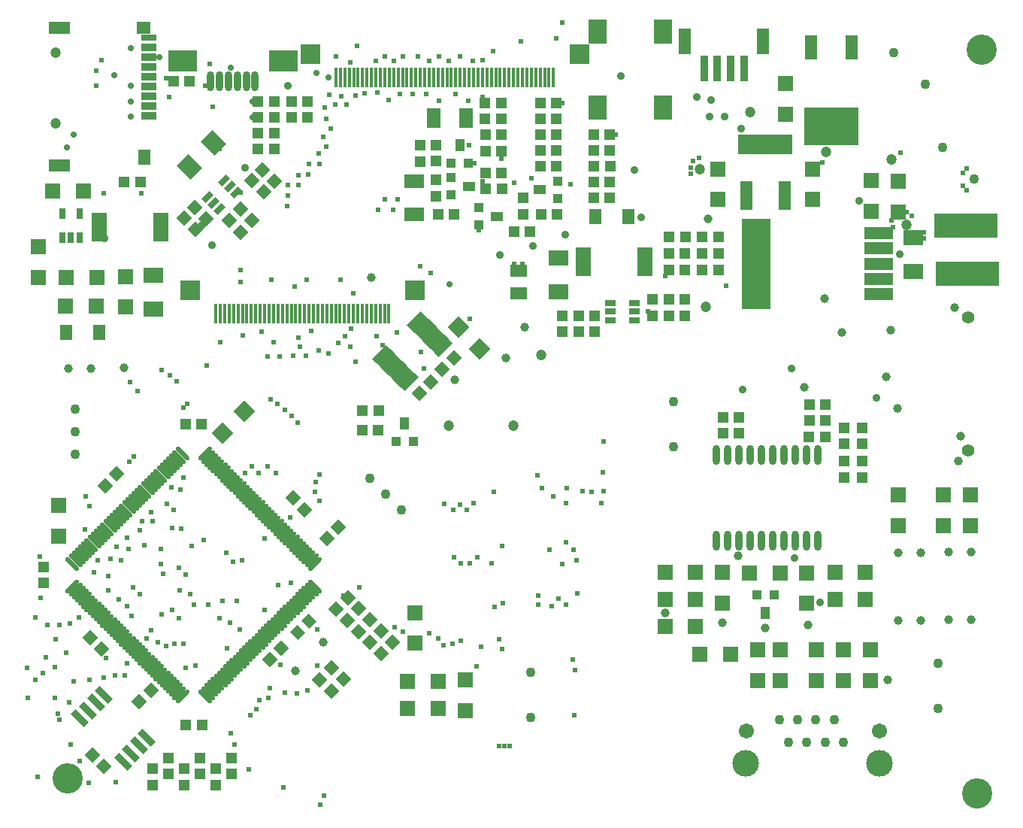
<source format=gbr>
%TF.GenerationSoftware,Altium Limited,Altium Designer,23.1.1 (15)*%
G04 Layer_Color=8388736*
%FSLAX45Y45*%
%MOMM*%
%TF.SameCoordinates,5129EF4F-D339-4E8A-A4D9-011D67CBAE45*%
%TF.FilePolarity,Negative*%
%TF.FileFunction,Soldermask,Top*%
%TF.Part,Single*%
G01*
G75*
%TA.AperFunction,SMDPad,CuDef*%
G04:AMPARAMS|DCode=102|XSize=0.5032mm|YSize=2.0032mm|CornerRadius=0mm|HoleSize=0mm|Usage=FLASHONLY|Rotation=135.000|XOffset=0mm|YOffset=0mm|HoleType=Round|Shape=Round|*
%AMOVALD102*
21,1,1.50000,0.50320,0.00000,0.00000,225.0*
1,1,0.50320,0.53033,0.53033*
1,1,0.50320,-0.53033,-0.53033*
%
%ADD102OVALD102*%

G04:AMPARAMS|DCode=103|XSize=0.5032mm|YSize=2.0032mm|CornerRadius=0mm|HoleSize=0mm|Usage=FLASHONLY|Rotation=225.000|XOffset=0mm|YOffset=0mm|HoleType=Round|Shape=Round|*
%AMOVALD103*
21,1,1.50000,0.50320,0.00000,0.00000,315.0*
1,1,0.50320,-0.53033,0.53033*
1,1,0.50320,0.53033,-0.53033*
%
%ADD103OVALD103*%

G04:AMPARAMS|DCode=104|XSize=1.3032mm|YSize=1.2032mm|CornerRadius=0mm|HoleSize=0mm|Usage=FLASHONLY|Rotation=45.000|XOffset=0mm|YOffset=0mm|HoleType=Round|Shape=Rectangle|*
%AMROTATEDRECTD104*
4,1,4,-0.03535,-0.88615,-0.88615,-0.03535,0.03535,0.88615,0.88615,0.03535,-0.03535,-0.88615,0.0*
%
%ADD104ROTATEDRECTD104*%

%ADD105R,1.20320X1.30320*%
%ADD106R,1.30320X1.20320*%
%ADD107R,1.72720X1.72720*%
%ADD108R,2.20320X1.80320*%
%ADD109R,7.20320X2.70320*%
%ADD110P,2.44263X4X270.0*%
%ADD111R,1.11760X1.47320*%
%ADD112R,1.11760X1.11760*%
%ADD113R,1.21920X0.71120*%
%ADD114R,3.20320X10.20320*%
%ADD115R,3.20320X1.40320*%
%ADD116R,0.90320X3.00320*%
%ADD117R,1.40320X3.00320*%
%ADD118R,2.00320X2.70320*%
%ADD119R,1.40320X1.70320*%
%ADD120R,1.70320X3.20320*%
%ADD121R,1.90320X1.40320*%
%ADD122R,1.47320X1.11760*%
%ADD123R,1.11760X1.11760*%
%ADD124R,2.20320X1.50320*%
%ADD125R,1.50320X2.20320*%
G04:AMPARAMS|DCode=126|XSize=1.3032mm|YSize=1.2032mm|CornerRadius=0mm|HoleSize=0mm|Usage=FLASHONLY|Rotation=135.000|XOffset=0mm|YOffset=0mm|HoleType=Round|Shape=Rectangle|*
%AMROTATEDRECTD126*
4,1,4,0.88615,-0.03535,0.03535,-0.88615,-0.88615,0.03535,-0.03535,0.88615,0.88615,-0.03535,0.0*
%
%ADD126ROTATEDRECTD126*%

G04:AMPARAMS|DCode=127|XSize=0.7112mm|YSize=1.2192mm|CornerRadius=0mm|HoleSize=0mm|Usage=FLASHONLY|Rotation=135.000|XOffset=0mm|YOffset=0mm|HoleType=Round|Shape=Rectangle|*
%AMROTATEDRECTD127*
4,1,4,0.68250,0.17961,-0.17961,-0.68250,-0.68250,-0.17961,0.17961,0.68250,0.68250,0.17961,0.0*
%
%ADD127ROTATEDRECTD127*%

G04:AMPARAMS|DCode=128|XSize=1.8032mm|YSize=2.2032mm|CornerRadius=0mm|HoleSize=0mm|Usage=FLASHONLY|Rotation=225.000|XOffset=0mm|YOffset=0mm|HoleType=Round|Shape=Rectangle|*
%AMROTATEDRECTD128*
4,1,4,-0.14142,1.41648,1.41648,-0.14142,0.14142,-1.41648,-1.41648,0.14142,-0.14142,1.41648,0.0*
%
%ADD128ROTATEDRECTD128*%

%ADD129R,0.45720X2.20320*%
%ADD130R,2.20320X2.20320*%
%ADD131R,3.20320X2.40320*%
%ADD132O,0.81280X2.23520*%
%ADD133R,1.72720X1.72720*%
%ADD134R,6.20320X4.20320*%
%ADD135R,1.40320X2.70320*%
%ADD136R,1.40320X3.20320*%
%ADD137R,6.20320X2.20320*%
G04:AMPARAMS|DCode=138|XSize=0.6032mm|YSize=2.2032mm|CornerRadius=0mm|HoleSize=0mm|Usage=FLASHONLY|Rotation=135.000|XOffset=0mm|YOffset=0mm|HoleType=Round|Shape=Rectangle|*
%AMROTATEDRECTD138*
4,1,4,0.99221,0.56569,-0.56569,-0.99221,-0.99221,-0.56569,0.56569,0.99221,0.99221,0.56569,0.0*
%
%ADD138ROTATEDRECTD138*%

%ADD139P,2.44263X4X180.0*%
G04:AMPARAMS|DCode=140|XSize=0.8032mm|YSize=2.15318mm|CornerRadius=0mm|HoleSize=0mm|Usage=FLASHONLY|Rotation=225.000|XOffset=0mm|YOffset=0mm|HoleType=Round|Shape=Rectangle|*
%AMROTATEDRECTD140*
4,1,4,-0.47729,1.04524,1.04524,-0.47729,0.47729,-1.04524,-1.04524,0.47729,-0.47729,1.04524,0.0*
%
%ADD140ROTATEDRECTD140*%

G04:AMPARAMS|DCode=141|XSize=0.8032mm|YSize=2.15321mm|CornerRadius=0mm|HoleSize=0mm|Usage=FLASHONLY|Rotation=225.000|XOffset=0mm|YOffset=0mm|HoleType=Round|Shape=Rectangle|*
%AMROTATEDRECTD141*
4,1,4,-0.47730,1.04525,1.04525,-0.47730,0.47730,-1.04525,-1.04525,0.47730,-0.47730,1.04525,0.0*
%
%ADD141ROTATEDRECTD141*%

%ADD142R,0.71120X1.21920*%
%ADD143R,1.40320X1.80320*%
%ADD144R,1.80320X0.71120*%
%ADD145R,1.60320X1.40320*%
%ADD146R,2.40320X1.40320*%
%ADD147R,1.80320X0.90320*%
G04:AMPARAMS|DCode=148|XSize=1.1032mm|YSize=1.2032mm|CornerRadius=0mm|HoleSize=0mm|Usage=FLASHONLY|Rotation=45.000|XOffset=0mm|YOffset=0mm|HoleType=Round|Shape=Rectangle|*
%AMROTATEDRECTD148*
4,1,4,0.03535,-0.81544,-0.81544,0.03535,-0.03535,0.81544,0.81544,-0.03535,0.03535,-0.81544,0.0*
%
%ADD148ROTATEDRECTD148*%

%TA.AperFunction,ComponentPad*%
%ADD149C,1.10320*%
%ADD150C,1.40320*%
%ADD151C,1.20320*%
%TA.AperFunction,ViaPad*%
%ADD152C,3.40320*%
%TA.AperFunction,ComponentPad*%
%ADD153C,1.00320*%
%ADD154C,3.00320*%
%ADD155C,1.70320*%
%TA.AperFunction,ViaPad*%
%ADD156C,0.60320*%
%ADD157C,1.00320*%
%ADD158C,0.90320*%
%ADD159C,1.20320*%
%ADD160C,0.70320*%
D102*
X2309352Y-15657053D02*
D03*
X2061865Y-15409566D02*
D03*
X2097221Y-15444922D02*
D03*
X-31171Y-16300520D02*
D03*
X1248694Y-14596394D02*
D03*
X1284045Y-14631750D02*
D03*
X251673Y-16583366D02*
D03*
X2238643Y-15586343D02*
D03*
X782004Y-17113692D02*
D03*
X746648Y-17078340D02*
D03*
X2415417Y-15763118D02*
D03*
X322381Y-16654074D02*
D03*
X287029Y-16618716D02*
D03*
X110250Y-16441943D02*
D03*
X463803Y-16795496D02*
D03*
X923422Y-17255115D02*
D03*
X2344709Y-15692410D02*
D03*
X1177980Y-14525681D02*
D03*
X1885091Y-15232791D02*
D03*
X1531533Y-14879239D02*
D03*
X-278659Y-16053033D02*
D03*
X1955799Y-15303500D02*
D03*
X1849734Y-15197435D02*
D03*
X1814377Y-15162077D02*
D03*
X1779020Y-15126721D02*
D03*
X1743669Y-15091370D02*
D03*
X1708312Y-15056013D02*
D03*
X-137237Y-16194456D02*
D03*
X-101880Y-16229813D02*
D03*
X1672955Y-15020656D02*
D03*
X1637603Y-14985304D02*
D03*
X1602246Y-14949947D02*
D03*
X1496181Y-14843883D02*
D03*
X1460824Y-14808525D02*
D03*
X1425468Y-14773167D02*
D03*
X1390116Y-14737817D02*
D03*
X1354759Y-14702460D02*
D03*
X1319402Y-14667104D02*
D03*
X817356Y-17149049D02*
D03*
X852713Y-17184406D02*
D03*
X605225Y-16936919D02*
D03*
X499160Y-16830853D02*
D03*
X640582Y-16972270D02*
D03*
X1991156Y-15338857D02*
D03*
X428446Y-16760139D02*
D03*
X74894Y-16406586D02*
D03*
X888070Y-17219759D02*
D03*
X2380066Y-15727766D02*
D03*
X1920442Y-15268143D02*
D03*
X1566890Y-14914590D02*
D03*
X2203287Y-15550987D02*
D03*
X1213337Y-14561038D02*
D03*
X711291Y-17042982D02*
D03*
X-172594Y-16159099D02*
D03*
X-66529Y-16265164D02*
D03*
X-243302Y-16088390D02*
D03*
X-207945Y-16123743D02*
D03*
X-314016Y-16017677D02*
D03*
X4185Y-16335878D02*
D03*
X180959Y-16512653D02*
D03*
X2273995Y-15621696D02*
D03*
X2167930Y-15515631D02*
D03*
X2132578Y-15480280D02*
D03*
X2026508Y-15374210D02*
D03*
X39542Y-16371230D02*
D03*
X145607Y-16477299D02*
D03*
X216316Y-16548009D02*
D03*
X357738Y-16689432D02*
D03*
X393094Y-16724786D02*
D03*
X534517Y-16866205D02*
D03*
X569868Y-16901561D02*
D03*
X675934Y-17007626D02*
D03*
D103*
X287029Y-15162077D02*
D03*
X-172594Y-15621696D02*
D03*
X-137237Y-15586343D02*
D03*
X110250Y-15338857D02*
D03*
X74894Y-15374210D02*
D03*
X1920442Y-16512653D02*
D03*
X251673Y-15197435D02*
D03*
X-314016Y-15763118D02*
D03*
X145607Y-15303500D02*
D03*
X534517Y-14914590D02*
D03*
X1743669Y-16689432D02*
D03*
X2203287Y-16229813D02*
D03*
X2273995Y-16159097D02*
D03*
X1460824Y-16972270D02*
D03*
X1425468Y-17007626D02*
D03*
X-66528Y-15515631D02*
D03*
X1390116Y-17042982D02*
D03*
X-101880Y-15550987D02*
D03*
X2097221Y-16335878D02*
D03*
X923422Y-14525681D02*
D03*
X1496181Y-16936919D02*
D03*
X1531533Y-16901561D02*
D03*
X1566890Y-16866205D02*
D03*
X1602246Y-16830853D02*
D03*
X1637603Y-16795496D02*
D03*
X1672955Y-16760139D02*
D03*
X357738Y-15091370D02*
D03*
X322381Y-15126721D02*
D03*
X499160Y-14949947D02*
D03*
X463803Y-14985304D02*
D03*
X782004Y-14667104D02*
D03*
X746647Y-14702460D02*
D03*
X711291Y-14737817D02*
D03*
X216316Y-15232793D02*
D03*
X2061865Y-16371230D02*
D03*
X-278659Y-15727766D02*
D03*
X1708312Y-16724786D02*
D03*
X180959Y-15268144D02*
D03*
X569869Y-14879239D02*
D03*
X1955799Y-16477299D02*
D03*
X1991156Y-16441943D02*
D03*
X-243302Y-15692410D02*
D03*
X2026508Y-16406586D02*
D03*
X2380066Y-16053033D02*
D03*
X39542Y-15409566D02*
D03*
X4185Y-15444922D02*
D03*
X2132578Y-16300520D02*
D03*
X2167930Y-16265164D02*
D03*
X888070Y-14561038D02*
D03*
X1814377Y-16618716D02*
D03*
X1849734Y-16583365D02*
D03*
X1885091Y-16548009D02*
D03*
X-207945Y-15657053D02*
D03*
X2344709Y-16088390D02*
D03*
X2309352Y-16123743D02*
D03*
X2238643Y-16194456D02*
D03*
X1177980Y-17255115D02*
D03*
X1213337Y-17219757D02*
D03*
X1248694Y-17184406D02*
D03*
X1284045Y-17149049D02*
D03*
X1319402Y-17113692D02*
D03*
X1354759Y-17078340D02*
D03*
X1779020Y-16654074D02*
D03*
X2415417Y-16017677D02*
D03*
X852713Y-14596394D02*
D03*
X817356Y-14631750D02*
D03*
X675934Y-14773169D02*
D03*
X640582Y-14808525D02*
D03*
X605225Y-14843883D02*
D03*
X428446Y-15020656D02*
D03*
X393095Y-15056013D02*
D03*
X-31171Y-15480280D02*
D03*
D104*
X3289161Y-16644759D02*
D03*
X3159760Y-16774159D02*
D03*
X1579880Y-12029440D02*
D03*
X1709281Y-11900039D02*
D03*
X1450479Y-11900958D02*
D03*
X1579880Y-11771558D02*
D03*
X3981410Y-13446275D02*
D03*
X3852009Y-13575677D02*
D03*
X3720613Y-13715504D02*
D03*
X3591213Y-13844907D02*
D03*
X1907679Y-16845142D02*
D03*
X2037080Y-16715739D02*
D03*
X2786240Y-16146919D02*
D03*
X2656840Y-16276320D02*
D03*
X3164701Y-16520299D02*
D03*
X3035300Y-16649699D02*
D03*
X3035161Y-16395840D02*
D03*
X2905760Y-16525240D02*
D03*
X2681985Y-15352887D02*
D03*
X2552584Y-15482288D02*
D03*
X439420Y-17317720D02*
D03*
X568821Y-17188319D02*
D03*
X180340Y-14754860D02*
D03*
X50939Y-14884261D02*
D03*
X2910701Y-16268839D02*
D03*
X2781300Y-16398241D02*
D03*
D105*
X1477738Y-18133060D02*
D03*
Y-17950060D02*
D03*
X1303020Y-18255099D02*
D03*
Y-18072099D02*
D03*
X1125220Y-18133060D02*
D03*
Y-17950060D02*
D03*
X944880Y-18252440D02*
D03*
Y-18069440D02*
D03*
X767080Y-18133060D02*
D03*
Y-17950060D02*
D03*
X589280Y-18252560D02*
D03*
Y-18069560D02*
D03*
X5207000Y-13154660D02*
D03*
Y-12971660D02*
D03*
X5387340Y-12971780D02*
D03*
Y-13154781D02*
D03*
X5567680Y-12971660D02*
D03*
Y-13154660D02*
D03*
X6586220Y-12969240D02*
D03*
Y-12786240D02*
D03*
X6403340Y-12969240D02*
D03*
Y-12786240D02*
D03*
X6223000Y-12969240D02*
D03*
Y-12786240D02*
D03*
X3779520Y-11231880D02*
D03*
Y-11048880D02*
D03*
X3782060Y-11442700D02*
D03*
Y-11625700D02*
D03*
X3599180Y-11234420D02*
D03*
Y-11051420D02*
D03*
X4762500Y-11643240D02*
D03*
Y-11826240D02*
D03*
X8580120Y-14609959D02*
D03*
Y-14792960D02*
D03*
X8379460Y-14609959D02*
D03*
Y-14792960D02*
D03*
X8577580Y-14231500D02*
D03*
Y-14414500D02*
D03*
X8379460Y-14231500D02*
D03*
Y-14414500D02*
D03*
X-640080Y-15798680D02*
D03*
Y-15981680D02*
D03*
D106*
X6776720Y-12453620D02*
D03*
X6959720D02*
D03*
X6776720Y-12270740D02*
D03*
X6959720D02*
D03*
X6776720Y-12087860D02*
D03*
X6959720D02*
D03*
X3134480Y-14038579D02*
D03*
X2951479D02*
D03*
X3131940Y-14257021D02*
D03*
X2948940D02*
D03*
X6403340Y-12453620D02*
D03*
X6586340Y-12453620D02*
D03*
X6403340Y-12273280D02*
D03*
X6586340D02*
D03*
X6405760Y-12087860D02*
D03*
X6588760D02*
D03*
X5737860Y-11643360D02*
D03*
X5554860D02*
D03*
X5737980Y-11465560D02*
D03*
X5554980D02*
D03*
X5557520Y-11287760D02*
D03*
X5740520D02*
D03*
X5737980Y-11109960D02*
D03*
X5554980D02*
D03*
X5737860Y-10934700D02*
D03*
X5554860D02*
D03*
X5146040Y-11833860D02*
D03*
X4963040D02*
D03*
X5138420Y-11290300D02*
D03*
X4955420D02*
D03*
X5138420Y-11112500D02*
D03*
X4955420D02*
D03*
X5138420Y-10932160D02*
D03*
X4955420D02*
D03*
X5138420Y-10751820D02*
D03*
X4955420D02*
D03*
X5138420Y-10574020D02*
D03*
X4955420D02*
D03*
X3802380Y-11831320D02*
D03*
X3985380D02*
D03*
X4841240Y-12024360D02*
D03*
X4658240D02*
D03*
X4338320Y-11544300D02*
D03*
X4521320D02*
D03*
X4335780Y-11363960D02*
D03*
X4518780D02*
D03*
X4335780Y-11115040D02*
D03*
X4518780D02*
D03*
X4335660Y-10934700D02*
D03*
X4518660D02*
D03*
X4516240Y-10754360D02*
D03*
X4333240D02*
D03*
X266580Y-11468100D02*
D03*
X449580D02*
D03*
X2334260Y-10561320D02*
D03*
X2151260D02*
D03*
X7195820Y-14297659D02*
D03*
X7012820D02*
D03*
X7195820Y-14117320D02*
D03*
X7012820D02*
D03*
X8166100Y-14333220D02*
D03*
X7983100D02*
D03*
X7985760Y-14152879D02*
D03*
X8168760D02*
D03*
X7985760Y-13975079D02*
D03*
X8168760D02*
D03*
X4333120Y-10574020D02*
D03*
X4516120D02*
D03*
X2334260Y-10739120D02*
D03*
X2151260D02*
D03*
X1005105Y-10332720D02*
D03*
X822105D02*
D03*
X1777880Y-10561320D02*
D03*
X1960880D02*
D03*
X1777880Y-10739120D02*
D03*
X1960880D02*
D03*
X1777880Y-10914380D02*
D03*
X1960880D02*
D03*
X1777880Y-11089640D02*
D03*
X1960880D02*
D03*
X957580Y-14196060D02*
D03*
X1140580D02*
D03*
X960120Y-17581880D02*
D03*
X1143120D02*
D03*
D107*
X8989060Y-11457940D02*
D03*
Y-11800840D02*
D03*
X8684260Y-11452860D02*
D03*
Y-11795760D02*
D03*
X6957060Y-11661140D02*
D03*
Y-11318240D02*
D03*
X8023860Y-11320780D02*
D03*
Y-11663680D02*
D03*
X7713980Y-10701020D02*
D03*
Y-10358120D02*
D03*
X8986520Y-15331441D02*
D03*
Y-14988541D02*
D03*
X9499600Y-15331441D02*
D03*
Y-14988541D02*
D03*
X9799320Y-15331441D02*
D03*
Y-14988541D02*
D03*
X7957820Y-15864841D02*
D03*
Y-16207739D02*
D03*
X7010400Y-15862300D02*
D03*
Y-16205200D02*
D03*
X7406640Y-16736060D02*
D03*
Y-17078960D02*
D03*
X7660640Y-16736060D02*
D03*
Y-17078960D02*
D03*
X8064500Y-16733521D02*
D03*
Y-17076421D02*
D03*
X8366760Y-16736060D02*
D03*
Y-17078960D02*
D03*
X8671560Y-16736060D02*
D03*
Y-17078960D02*
D03*
X4109720Y-17414240D02*
D03*
Y-17071339D02*
D03*
X-472440Y-15453360D02*
D03*
Y-15110460D02*
D03*
X287021Y-12875259D02*
D03*
Y-12532360D02*
D03*
X-698499Y-12539980D02*
D03*
Y-12197080D02*
D03*
X3543300Y-16316960D02*
D03*
Y-16659860D02*
D03*
D108*
X9159240Y-12473940D02*
D03*
Y-12092940D02*
D03*
X5161280Y-12319000D02*
D03*
Y-12700000D02*
D03*
X599441Y-12893040D02*
D03*
X599441Y-12512040D02*
D03*
D109*
X9763760Y-12501880D02*
D03*
X9751060Y-11955780D02*
D03*
D110*
X1376680Y-14292580D02*
D03*
X1619147Y-14050113D02*
D03*
D111*
X3429000Y-14185899D02*
D03*
X4048760Y-11046880D02*
D03*
X7490459Y-16319501D02*
D03*
D112*
X3522980Y-14389101D02*
D03*
X3332480D02*
D03*
X4142740Y-11250080D02*
D03*
X3952240D02*
D03*
X7396479Y-16116299D02*
D03*
X7586979D02*
D03*
D113*
X6017260Y-12829539D02*
D03*
X5747258Y-12829539D02*
D03*
Y-13019542D02*
D03*
Y-12924541D02*
D03*
X6017260Y-13019542D02*
D03*
Y-12924541D02*
D03*
D114*
X7386320Y-12385040D02*
D03*
D115*
X8768080Y-12044680D02*
D03*
X8768080Y-12214860D02*
D03*
X8768080Y-12385040D02*
D03*
X8768080Y-12555220D02*
D03*
X8768080Y-12725400D02*
D03*
D116*
X7249580Y-10187940D02*
D03*
X7099580Y-10187940D02*
D03*
X6949580Y-10187940D02*
D03*
X6799580Y-10187940D02*
D03*
D117*
X7459980Y-9883140D02*
D03*
X6583680D02*
D03*
D118*
X6334760Y-10631170D02*
D03*
X5603240D02*
D03*
X6334760Y-9770110D02*
D03*
X5603240D02*
D03*
D119*
X5946140Y-11856720D02*
D03*
X5575300D02*
D03*
X-15239Y-13162280D02*
D03*
X-386079Y-13162280D02*
D03*
D120*
X5441950Y-12359640D02*
D03*
X6135370D02*
D03*
X681991Y-11971020D02*
D03*
X-11429D02*
D03*
D121*
X4709160Y-12466320D02*
D03*
Y-12720320D02*
D03*
D122*
X4947920Y-11554460D02*
D03*
X4150360Y-11513820D02*
D03*
X4465020Y-11852040D02*
D03*
D123*
X5151120Y-11460480D02*
D03*
Y-11650980D02*
D03*
X3947160Y-11607800D02*
D03*
Y-11417300D02*
D03*
X4261820Y-11946020D02*
D03*
Y-11755520D02*
D03*
D124*
X3535680Y-11831320D02*
D03*
Y-11460480D02*
D03*
D125*
X3751580Y-10744200D02*
D03*
X4122420D02*
D03*
D126*
X945019Y-11872099D02*
D03*
X1074420Y-12001500D02*
D03*
X1061859Y-11752719D02*
D03*
X1191260Y-11882120D02*
D03*
X1708362Y-11448048D02*
D03*
X1837762Y-11577449D02*
D03*
X1827723Y-11328687D02*
D03*
X1957124Y-11458087D02*
D03*
X2600821Y-17198201D02*
D03*
X2471420Y-17068800D02*
D03*
X2735580Y-17063721D02*
D03*
X2606179Y-16934319D02*
D03*
X2297330Y-15154774D02*
D03*
X2167930Y-15025374D02*
D03*
X40500Y-18044022D02*
D03*
X-88900Y-17914619D02*
D03*
X-116701Y-16596500D02*
D03*
X12700Y-16725900D02*
D03*
D127*
X1338160Y-11773320D02*
D03*
X1529080Y-11582400D02*
D03*
X1394728Y-11448048D02*
D03*
X1461904Y-11515224D02*
D03*
X1203808Y-11638969D02*
D03*
X1270984Y-11706144D02*
D03*
D128*
X1005840Y-11292840D02*
D03*
X1275248Y-11023432D02*
D03*
D129*
X4654017Y-10287000D02*
D03*
X4704014D02*
D03*
X4754016D02*
D03*
X4804014D02*
D03*
X4854016D02*
D03*
X4904014D02*
D03*
X4954016D02*
D03*
X5004013D02*
D03*
X5054016D02*
D03*
X5104013D02*
D03*
X2654021D02*
D03*
X2704023D02*
D03*
X2754020D02*
D03*
X2804018D02*
D03*
X4054018D02*
D03*
X4104015D02*
D03*
X4154018D02*
D03*
X4204015D02*
D03*
X4254017D02*
D03*
X4304015D02*
D03*
X4354017D02*
D03*
X4404015D02*
D03*
X4454017D02*
D03*
X4504014D02*
D03*
X4554017D02*
D03*
X4604014D02*
D03*
X2854020D02*
D03*
X2904018D02*
D03*
X3254019D02*
D03*
X3304017D02*
D03*
X3654019D02*
D03*
X3704016D02*
D03*
X3754019D02*
D03*
X3804016D02*
D03*
X3854018D02*
D03*
X3904015D02*
D03*
X3954018D02*
D03*
X4004015D02*
D03*
X3354019D02*
D03*
X3404017D02*
D03*
X3454019D02*
D03*
X3504017D02*
D03*
X3554019D02*
D03*
X3604016D02*
D03*
X2954020D02*
D03*
X3004017D02*
D03*
X3054020D02*
D03*
X3104017D02*
D03*
X3154020D02*
D03*
X3204017D02*
D03*
X3000858Y-12943840D02*
D03*
X2800858D02*
D03*
X3150855D02*
D03*
X3250855D02*
D03*
X3100858D02*
D03*
X3200858D02*
D03*
X1300861D02*
D03*
X1350864D02*
D03*
X3050855D02*
D03*
X2700858D02*
D03*
X2300859D02*
D03*
X1950857D02*
D03*
X1900860D02*
D03*
X2400859D02*
D03*
X2350857D02*
D03*
X1500861D02*
D03*
X1400861D02*
D03*
X1600860D02*
D03*
X1550858D02*
D03*
X1450859D02*
D03*
X2450856D02*
D03*
X2500859D02*
D03*
X2550856D02*
D03*
X2600859D02*
D03*
X2650856D02*
D03*
X2750856D02*
D03*
X2950856D02*
D03*
X2000860D02*
D03*
X2050857D02*
D03*
X2100860D02*
D03*
X2150857D02*
D03*
X2200859D02*
D03*
X2250857D02*
D03*
X2850856D02*
D03*
X1650858D02*
D03*
X1700860D02*
D03*
X1750858D02*
D03*
X1800860D02*
D03*
X1850858D02*
D03*
X2900858D02*
D03*
D130*
X5394020Y-10024501D02*
D03*
X2364024D02*
D03*
X1010864Y-12681341D02*
D03*
X3540862D02*
D03*
D131*
X2061160Y-10104120D02*
D03*
X925780Y-10104120D02*
D03*
D132*
X1743660Y-10332720D02*
D03*
X1643660D02*
D03*
X1543660D02*
D03*
X1443660D02*
D03*
X1343660D02*
D03*
X1243660D02*
D03*
X7449820Y-15504161D02*
D03*
X7703820Y-15504161D02*
D03*
X7195820D02*
D03*
X7830820D02*
D03*
X7068820D02*
D03*
X7957820D02*
D03*
X6941820D02*
D03*
X7322820D02*
D03*
X8084820Y-15504161D02*
D03*
X7576820Y-15504161D02*
D03*
X6941820Y-14538960D02*
D03*
X7068820D02*
D03*
X7830820D02*
D03*
X8084820Y-14538960D02*
D03*
X7322820Y-14538960D02*
D03*
X7703820D02*
D03*
X7576820D02*
D03*
X7449820Y-14538960D02*
D03*
X7957820Y-14538960D02*
D03*
X7195820D02*
D03*
D133*
X-533399Y-11569700D02*
D03*
X-190499D02*
D03*
X8272780Y-15862300D02*
D03*
X8615680D02*
D03*
X8272780Y-16164560D02*
D03*
X8615680Y-16164560D02*
D03*
X7315200Y-15864841D02*
D03*
X7658100D02*
D03*
X6703060Y-15859760D02*
D03*
X6360160D02*
D03*
X6703060Y-16164560D02*
D03*
X6360160D02*
D03*
X6362700Y-16469360D02*
D03*
X6705600D02*
D03*
X7099300Y-16784322D02*
D03*
X6756400Y-16784322D02*
D03*
X3462020Y-17391380D02*
D03*
X3804920D02*
D03*
X-46989Y-12865100D02*
D03*
X-389889D02*
D03*
X-38099Y-12545060D02*
D03*
X-380999D02*
D03*
X3462020Y-17086580D02*
D03*
X3804920D02*
D03*
D134*
X8232140Y-10843260D02*
D03*
D135*
X8460740Y-9954260D02*
D03*
X8003540D02*
D03*
D136*
X7274560Y-11615420D02*
D03*
X7706360D02*
D03*
D137*
X7490460Y-11043920D02*
D03*
D138*
X3435159Y-13674516D02*
D03*
X3480062Y-13719418D02*
D03*
X3686111Y-13154156D02*
D03*
X3345361Y-13584714D02*
D03*
X3255556Y-13494914D02*
D03*
X3300458Y-13539816D02*
D03*
X3210654Y-13450011D02*
D03*
X3775916Y-13243962D02*
D03*
X3596308Y-13064359D02*
D03*
X3641210Y-13109254D02*
D03*
X3731014Y-13199060D02*
D03*
X3551410Y-13019456D02*
D03*
X3865715Y-13333766D02*
D03*
X3390257Y-13629614D02*
D03*
X3820818Y-13288864D02*
D03*
X3165752Y-13405109D02*
D03*
D139*
X4272697Y-13341243D02*
D03*
X4030230Y-13098776D02*
D03*
D140*
X-50383Y-17326118D02*
D03*
X39420Y-17236317D02*
D03*
X523786Y-17720683D02*
D03*
X433983Y-17810486D02*
D03*
X-140185Y-17415923D02*
D03*
X344181Y-17900288D02*
D03*
X254378Y-17990091D02*
D03*
D141*
X-229988Y-17505724D02*
D03*
D142*
X-426719Y-12095480D02*
D03*
X-236717Y-12095480D02*
D03*
X-236717Y-11825478D02*
D03*
X-331718Y-12095480D02*
D03*
X-426719Y-11825478D02*
D03*
D143*
X496098Y-11188884D02*
D03*
D144*
X546100Y-9843883D02*
D03*
D145*
X486095Y-9728881D02*
D03*
D146*
X-463901Y-11278881D02*
D03*
X-463901Y-9728881D02*
D03*
D147*
X546100Y-10613884D02*
D03*
Y-10723881D02*
D03*
Y-9953880D02*
D03*
Y-10063882D02*
D03*
Y-10503881D02*
D03*
Y-10283882D02*
D03*
Y-10173884D02*
D03*
X546100Y-10393884D02*
D03*
D148*
X2352040Y-16408400D02*
D03*
X2222639Y-16537801D02*
D03*
D149*
X8937190Y-10006530D02*
D03*
X9296400Y-10365740D02*
D03*
X9484360Y-11074400D02*
D03*
X9843570Y-11433610D02*
D03*
X6459220Y-14450060D02*
D03*
Y-13942059D02*
D03*
X9438639Y-16880840D02*
D03*
Y-17388840D02*
D03*
X7652019Y-17521600D02*
D03*
X7754021Y-17775601D02*
D03*
X7958018D02*
D03*
X8060019Y-17521600D02*
D03*
X7856022D02*
D03*
X8264022D02*
D03*
X8366018Y-17775601D02*
D03*
X8162021Y-17775603D02*
D03*
X4843780Y-17495520D02*
D03*
Y-16987520D02*
D03*
X3391970Y-15159790D02*
D03*
X3032760Y-14800580D02*
D03*
X3212365Y-14980185D02*
D03*
X-279400Y-14020799D02*
D03*
Y-14528799D02*
D03*
Y-14274800D02*
D03*
D150*
X9773919Y-12992101D02*
D03*
Y-14490700D02*
D03*
D151*
X3925035Y-14208760D02*
D03*
X4648935D02*
D03*
X-503900Y-10808884D02*
D03*
X-503900Y-10008881D02*
D03*
D152*
X-368300Y-18176241D02*
D03*
X9931400Y-9972040D02*
D03*
X9880600Y-18346420D02*
D03*
D153*
X9806940Y-15633701D02*
D03*
Y-16395700D02*
D03*
X9552940Y-15633701D02*
D03*
Y-16395700D02*
D03*
X8986520Y-16398241D02*
D03*
X9240520D02*
D03*
Y-15636240D02*
D03*
X8986520D02*
D03*
X2514600Y-16649699D02*
D03*
X2194917Y-16965848D02*
D03*
X-106679Y-13568680D02*
D03*
X-360679D02*
D03*
D154*
X7272020Y-18008601D02*
D03*
X8772022D02*
D03*
D155*
X7273422Y-17648601D02*
D03*
X8772022D02*
D03*
D156*
X3874344Y-15088445D02*
D03*
X5245038Y-15078152D02*
D03*
X2065020Y-18277840D02*
D03*
X518160Y-16601440D02*
D03*
X352001Y-16355060D02*
D03*
X2443480Y-16913503D02*
D03*
X1669429Y-18079720D02*
D03*
X1508760Y-17800320D02*
D03*
X5325038Y-16841019D02*
D03*
X5346700Y-16959579D02*
D03*
X2078272Y-14034808D02*
D03*
X2220326Y-14174814D02*
D03*
X2154494Y-14099541D02*
D03*
X4126810Y-15155067D02*
D03*
X4047636Y-15093983D02*
D03*
X4206240Y-15077440D02*
D03*
X3972341Y-15159790D02*
D03*
X745361Y-15091269D02*
D03*
X469705Y-15287585D02*
D03*
X568557Y-15180812D02*
D03*
X822468Y-15155688D02*
D03*
X445793Y-15384685D02*
D03*
X1914798Y-13909290D02*
D03*
X1997329Y-13965758D02*
D03*
X4429712Y-14954498D02*
D03*
X5427668Y-14946841D02*
D03*
X2915920Y-16032480D02*
D03*
X5085039Y-16238220D02*
D03*
X4932680Y-16123988D02*
D03*
X4445000Y-16253461D02*
D03*
X4932307Y-16223988D02*
D03*
X4536355Y-16208060D02*
D03*
X2144599Y-15978799D02*
D03*
X3317240Y-16482060D02*
D03*
X3408680Y-16525240D02*
D03*
X1376680Y-16179800D02*
D03*
X1535965Y-16184145D02*
D03*
X4285040Y-16695419D02*
D03*
X4239260Y-16918941D02*
D03*
X4525039Y-16720821D02*
D03*
X4494228Y-16616702D02*
D03*
X5205608Y-15769469D02*
D03*
X5360994Y-15726210D02*
D03*
X798015Y-14901044D02*
D03*
X807720Y-15359380D02*
D03*
X2470125Y-14758646D02*
D03*
X909320Y-15369540D02*
D03*
X4405793Y-15756572D02*
D03*
X4157960Y-15758160D02*
D03*
X4057960D02*
D03*
X3983753Y-15690746D02*
D03*
X4242870Y-15692120D02*
D03*
X2466254Y-15051978D02*
D03*
X2415403Y-14955640D02*
D03*
X1973580Y-14739619D02*
D03*
X1884680Y-14669698D02*
D03*
X1779580Y-14740517D02*
D03*
X2422638Y-14847234D02*
D03*
X1849099Y-15478799D02*
D03*
X1889760Y-17274541D02*
D03*
X5245100Y-16228059D02*
D03*
X4927600Y-14770100D02*
D03*
X4976210Y-14910263D02*
D03*
X5098553Y-15004402D02*
D03*
X5250643Y-14910263D02*
D03*
X938095Y-14793140D02*
D03*
X900069Y-14927728D02*
D03*
X5532320Y-14955573D02*
D03*
X5665681Y-14946841D02*
D03*
X585618Y-15281458D02*
D03*
X5372100Y-16095979D02*
D03*
X2026508Y-16901561D02*
D03*
X1686560Y-17472659D02*
D03*
X1760220Y-17399001D02*
D03*
X1793906Y-17303036D02*
D03*
X1912755Y-17165320D02*
D03*
X3865880Y-16677640D02*
D03*
X3965041Y-16664940D02*
D03*
X4058075Y-16626627D02*
D03*
X3805041Y-16601559D02*
D03*
X965200Y-16936720D02*
D03*
X932511Y-16662428D02*
D03*
X832513Y-16661794D02*
D03*
X737577Y-16693422D02*
D03*
X172720Y-18224500D02*
D03*
X-228951Y-17989015D02*
D03*
X-27952Y-15726137D02*
D03*
X-69214Y-15862225D02*
D03*
X116233Y-15710507D02*
D03*
X7046416Y-12631750D02*
D03*
X6169259Y-12924541D02*
D03*
X6365240Y-12522200D02*
D03*
X5207000Y-9669780D02*
D03*
X5133340Y-9847580D02*
D03*
X4737050Y-9880575D02*
D03*
X2574658Y-10487722D02*
D03*
X2713013Y-10499257D02*
D03*
X2875280Y-10492740D02*
D03*
X2776220Y-10596880D02*
D03*
X5293360Y-11488420D02*
D03*
X4422140Y-9994900D02*
D03*
X2654021Y-10048332D02*
D03*
X2816860Y-10121900D02*
D03*
X3722046Y-12493876D02*
D03*
X3601720Y-12415520D02*
D03*
X40640Y-11595100D02*
D03*
X459740Y-11592560D02*
D03*
X774700Y-10510520D02*
D03*
X1234440Y-10134600D02*
D03*
X737664Y-10297758D02*
D03*
X2529840Y-10629900D02*
D03*
X3302000Y-11783060D02*
D03*
X3131820D02*
D03*
X3208020Y-11663680D02*
D03*
X3352320Y-11659335D02*
D03*
X1579880Y-11582968D02*
D03*
X1295400Y-11049000D02*
D03*
X1341120Y-11094720D02*
D03*
X4261820Y-12009520D02*
D03*
X4306458Y-11460480D02*
D03*
X4856480Y-11427460D02*
D03*
X4663440Y-11473180D02*
D03*
X4150360Y-11046880D02*
D03*
X2895675Y-9933940D02*
D03*
X5806440Y-10934700D02*
D03*
X5199380Y-10576560D02*
D03*
X4305300Y-10507980D02*
D03*
X4663440Y-12392660D02*
D03*
X4757420Y-12390120D02*
D03*
X6647180Y-11301530D02*
D03*
X3340100Y-13159740D02*
D03*
X3112343Y-13202921D02*
D03*
X6672580Y-11226800D02*
D03*
X6743700Y-11196320D02*
D03*
X6647180Y-11376660D02*
D03*
X1577366Y-12460236D02*
D03*
X8130540Y-11244580D02*
D03*
X9011584Y-11136095D02*
D03*
X9758680Y-11559540D02*
D03*
X9715500Y-11508740D02*
D03*
X9758680Y-11313160D02*
D03*
X9712960Y-11366500D02*
D03*
X8915400Y-11899900D02*
D03*
X8925560Y-11971020D02*
D03*
X9273540Y-12100560D02*
D03*
X9278620Y-12031980D02*
D03*
X9144000Y-11849100D02*
D03*
X9077960Y-11808460D02*
D03*
X4513580Y-11203940D02*
D03*
X4210742Y-11250080D02*
D03*
X5643880Y-15082520D02*
D03*
X5666740Y-14386560D02*
D03*
X4305300Y-10096500D02*
D03*
X2346960Y-11264900D02*
D03*
X2463800Y-11145520D02*
D03*
X2545877Y-11068809D02*
D03*
X2512060Y-10955020D02*
D03*
X3246120Y-10546080D02*
D03*
X2976880Y-10464800D02*
D03*
X4193540Y-10099040D02*
D03*
X4142740Y-10551160D02*
D03*
X4054018Y-10055860D02*
D03*
X4004015Y-10474960D02*
D03*
X3926840Y-10099040D02*
D03*
X3812540Y-10055860D02*
D03*
Y-10551160D02*
D03*
X3704016Y-10099040D02*
D03*
X3672840Y-10474960D02*
D03*
X3581400Y-10055860D02*
D03*
X3517900Y-10474960D02*
D03*
X3406140Y-10050780D02*
D03*
X3373103Y-10478523D02*
D03*
X3304540Y-10099040D02*
D03*
X3202940Y-10050780D02*
D03*
X3124200Y-10457180D02*
D03*
X3103880Y-10099040D02*
D03*
X2099858Y-11733730D02*
D03*
X2115820Y-11617960D02*
D03*
Y-11498580D02*
D03*
X2232660D02*
D03*
Y-11386820D02*
D03*
X2344420Y-11381740D02*
D03*
X2466340Y-11259820D02*
D03*
X2595468Y-10866120D02*
D03*
X2545877Y-10752922D02*
D03*
X2646138Y-10596880D02*
D03*
X2708603Y-12565380D02*
D03*
X2190900Y-12639040D02*
D03*
X2019300Y-13431520D02*
D03*
X1953260Y-13266110D02*
D03*
X2313940Y-13423900D02*
D03*
X1577366Y-12593023D02*
D03*
X2852420Y-12717780D02*
D03*
X2324100Y-12565380D02*
D03*
X1927860D02*
D03*
X-500380Y-16616679D02*
D03*
X-617519Y-16818739D02*
D03*
X-825500Y-16936720D02*
D03*
X-650240Y-16992599D02*
D03*
X-243302Y-16367760D02*
D03*
X1184710Y-10380549D02*
D03*
X1262380Y-10619740D02*
D03*
X-45720Y-10213340D02*
D03*
X10160Y-10097666D02*
D03*
X-45720Y-10383520D02*
D03*
X-171075Y-15379370D02*
D03*
X1705538Y-14669698D02*
D03*
X66647Y-16823027D02*
D03*
X210820Y-16164560D02*
D03*
X304800Y-16243300D02*
D03*
X368300Y-16027400D02*
D03*
X443196Y-16107443D02*
D03*
X1425547Y-16712593D02*
D03*
X2006600Y-16004539D02*
D03*
X2012551Y-16691211D02*
D03*
X-678180Y-15684500D02*
D03*
X-386080Y-16769080D02*
D03*
X-513080Y-16929100D02*
D03*
X-510540Y-17272000D02*
D03*
X-350520Y-17327879D02*
D03*
X279400Y-17023080D02*
D03*
X297180Y-16880840D02*
D03*
X1219200Y-16225520D02*
D03*
X958271Y-15883311D02*
D03*
X-459740Y-17523460D02*
D03*
X-675640Y-16144240D02*
D03*
X-728980Y-16367760D02*
D03*
X889000Y-15806419D02*
D03*
X678180Y-15600681D02*
D03*
X495499Y-15555161D02*
D03*
X683260Y-15770860D02*
D03*
X711200Y-15875000D02*
D03*
X1026160Y-15560040D02*
D03*
X932180Y-14008099D02*
D03*
X977900Y-13959840D02*
D03*
X861060Y-13713460D02*
D03*
X326927Y-14613353D02*
D03*
X375920Y-14556740D02*
D03*
X337820Y-13716000D02*
D03*
X416560Y-13822681D02*
D03*
X3703320Y-16543021D02*
D03*
X5659120Y-14737080D02*
D03*
X5158740Y-16154401D02*
D03*
X5341620Y-17470120D02*
D03*
X5249000Y-15518040D02*
D03*
X5334000Y-15605760D02*
D03*
X5062220D02*
D03*
X-165100Y-15003780D02*
D03*
X-125620Y-15115540D02*
D03*
X1419860Y-15636240D02*
D03*
X1597660Y-15722600D02*
D03*
X1490980Y-15745461D02*
D03*
X1163320Y-15494000D02*
D03*
X-474980Y-17454880D02*
D03*
X-134620Y-18232120D02*
D03*
X4490720Y-17818100D02*
D03*
X4551680D02*
D03*
X4610100D02*
D03*
X3614420Y-13383260D02*
D03*
X3644900Y-13568680D02*
D03*
X3177540Y-13304520D02*
D03*
X4163060Y-13009880D02*
D03*
X-731520Y-17073880D02*
D03*
X1341120Y-16375380D02*
D03*
X1460500Y-16428720D02*
D03*
X1569720Y-16507460D02*
D03*
X2075180Y-17213580D02*
D03*
X2217420Y-17226280D02*
D03*
X2336800Y-17193260D02*
D03*
X2443480Y-16507460D02*
D03*
X38100Y-17048480D02*
D03*
X165100Y-17017999D02*
D03*
X-330200Y-17800320D02*
D03*
X650240Y-16644620D02*
D03*
X574040Y-16510001D02*
D03*
X693420Y-16337280D02*
D03*
X805180Y-16286481D02*
D03*
X881380Y-16375380D02*
D03*
X1056640Y-16222980D02*
D03*
X1016000Y-16106140D02*
D03*
X896620Y-16062959D02*
D03*
X1849120Y-16286481D02*
D03*
X-297180Y-17091660D02*
D03*
X-124460Y-17068800D02*
D03*
X-709874Y-18161000D02*
D03*
X-814014Y-17274541D02*
D03*
X231747Y-15721992D02*
D03*
X2519680Y-18371820D02*
D03*
X2479040Y-18475960D02*
D03*
X1470660Y-17670779D02*
D03*
X-594360Y-16454120D02*
D03*
X-464820Y-16449040D02*
D03*
X-345440Y-16436340D02*
D03*
X2738120Y-16121381D02*
D03*
X2168540Y-13423900D02*
D03*
X2456180Y-13362939D02*
D03*
X2250440Y-13322301D02*
D03*
X2230120Y-13218159D02*
D03*
X1602106Y-13192126D02*
D03*
X1818640Y-13154660D02*
D03*
X2377440Y-13141960D02*
D03*
X2570480Y-13393420D02*
D03*
X2677160Y-13279120D02*
D03*
X1882140Y-13426440D02*
D03*
X1198880Y-13530580D02*
D03*
X1353820Y-13271500D02*
D03*
X2824480Y-13116560D02*
D03*
X779780Y-13642340D02*
D03*
X692909Y-13583409D02*
D03*
X2816860Y-13319760D02*
D03*
X2875280Y-13487399D02*
D03*
X2755900Y-13202921D02*
D03*
X180947Y-15569592D02*
D03*
X299720Y-15468600D02*
D03*
X314960Y-15595599D02*
D03*
X2136140Y-15238194D02*
D03*
X1630680Y-14744701D02*
D03*
X91440Y-15902940D02*
D03*
Y-16062941D02*
D03*
X1068725Y-16912595D02*
D03*
X4526280Y-15562579D02*
D03*
D157*
X3992880Y-13695680D02*
D03*
X8158480Y-12776200D02*
D03*
X8854440Y-13662660D02*
D03*
X8900160Y-13134340D02*
D03*
X3052980Y-12537707D02*
D03*
X6847840Y-11877040D02*
D03*
X9618980Y-12880341D02*
D03*
X8354060Y-13157201D02*
D03*
X4777740Y-13101320D02*
D03*
X9662160Y-14607539D02*
D03*
X9690100Y-14330679D02*
D03*
X264160Y-13553439D02*
D03*
X4572000Y-13444220D02*
D03*
X8976360Y-14010640D02*
D03*
X7927340Y-13779500D02*
D03*
X8869680Y-17071339D02*
D03*
X6360160Y-16316960D02*
D03*
X7183120Y-15674339D02*
D03*
X7493000Y-16484599D02*
D03*
X7010400Y-16426180D02*
D03*
X7967980Y-16456660D02*
D03*
D158*
X5240020Y-12054840D02*
D03*
X4870232Y-12185432D02*
D03*
X6090920Y-11864340D02*
D03*
X4496870Y-12283440D02*
D03*
X46772Y-12098020D02*
D03*
X5859780Y-10271760D02*
D03*
X6012180Y-11330940D02*
D03*
X2110740Y-10383520D02*
D03*
X1626670Y-11309057D02*
D03*
X1256301Y-12175601D02*
D03*
X1136450Y-11953240D02*
D03*
X7216140Y-10866120D02*
D03*
X7031455Y-10728960D02*
D03*
X6860540D02*
D03*
X6875185Y-10539790D02*
D03*
X6715760Y-10507980D02*
D03*
X8548625Y-11681460D02*
D03*
X9006840Y-12275820D02*
D03*
X8742680Y-13896974D02*
D03*
X7232849Y-13800232D02*
D03*
X7782124Y-13566141D02*
D03*
X8110220Y-16202660D02*
D03*
X7820660Y-15702280D02*
D03*
D159*
X4968240Y-13413741D02*
D03*
X5598160Y-10655300D02*
D03*
X6334760Y-10631170D02*
D03*
X6817360Y-12867641D02*
D03*
X7317740Y-10680700D02*
D03*
X6756400Y-11320780D02*
D03*
X8171180Y-11130280D02*
D03*
X8910320Y-11209020D02*
D03*
X9077960Y-11948160D02*
D03*
D160*
X2570329Y-10289540D02*
D03*
X2430780Y-10236200D02*
D03*
X3934460Y-12616180D02*
D03*
X2334260Y-10530840D02*
D03*
X1469533Y-10176653D02*
D03*
X1717040Y-10739120D02*
D03*
Y-10561320D02*
D03*
X-373380Y-11079480D02*
D03*
X-299720Y-10936170D02*
D03*
X342900Y-9961924D02*
D03*
X157480Y-10264564D02*
D03*
X342900Y-10386060D02*
D03*
X668020Y-10060940D02*
D03*
X342900Y-10556240D02*
D03*
Y-10726420D02*
D03*
%TF.MD5,305e9808444b66fa9211c5665b1e9199*%
M02*

</source>
